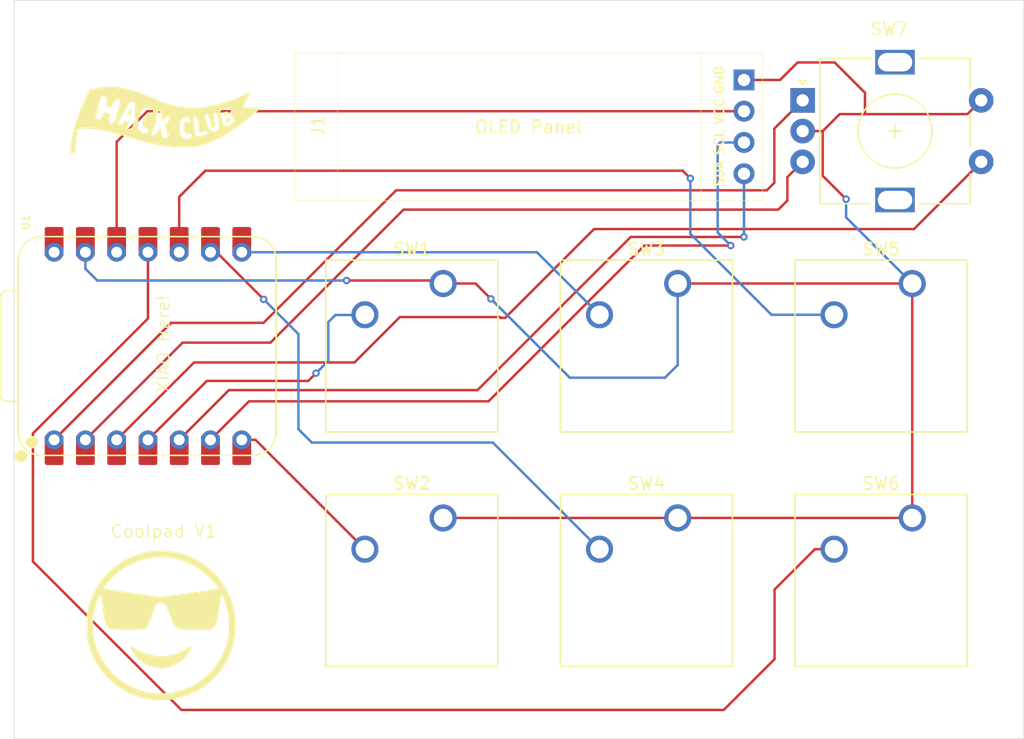
<source format=kicad_pcb>
(kicad_pcb (version 20241229) (generator "pcbnew") (generator_version "9.0")
  (layers (0 "F.Cu" signal) (2 "B.Cu" signal) (13 "F.Paste" user) (15 "B.Paste" user) (5 "F.SilkS" user "F.Silkscreen") (7 "B.SilkS" user "B.Silkscreen") (1 "F.Mask" user) (3 "B.Mask" user) (25 "Edge.Cuts" user))
  (net 0 "")
  (net 1 "Net-(J1-Pin_3)")
  (net 2 "Net-(J1-Pin_4)")
  (net 3 "GND")
  (net 4 "Net-(J1-Pin_2)")
  (net 5 "Net-(U1-GPIO29{slash}ADC3{slash}A3)")
  (net 6 "Net-(U1-GPIO0{slash}TX)")
  (net 7 "Net-(U1-GPIO1{slash}RX)")
  (net 8 "Net-(U1-GPIO2{slash}SCK)")
  (net 9 "Net-(U1-GPIO4{slash}MISO)")
  (net 10 "Net-(U1-GPIO3{slash}MOSI)")
  (net 11 "Net-(U1-GPIO26{slash}ADC0{slash}A0)")
  (net 12 "Net-(U1-GPIO27{slash}ADC1{slash}A1)")
  (net 13 "Net-(U1-GPIO28{slash}ADC2{slash}A2)")
  (net 14 "+5V")
  (footprint "Button_Switch_Keyboard:SW_Cherry_MX_1.00u_PCB" (layer "F.Cu") (at 216.8525 80.645)
    (property "Reference" "SW5" (at -2.54 -2.794 0) (layer "F.SilkS"))
    (property "Value" "SW_Push")
    (pad "" np_thru_hole circle (at -7.62 5.08) (size 1.7 1.7) (drill 1.7) (layers "*.Cu" "*.Mask"))
    (pad "" np_thru_hole circle (at -2.54 5.08) (size 4 4) (drill 4) (layers "*.Cu" "*.Mask"))
    (pad "" np_thru_hole circle (at 2.54 5.08) (size 1.7 1.7) (drill 1.7) (layers "*.Cu" "*.Mask"))
    (pad "1" thru_hole circle (at 0 0) (size 2.2 2.2) (drill 1.5) (layers "*.Cu" "*.Mask") (net 3 "GND"))
    (pad "2" thru_hole circle (at -6.35 2.54) (size 2.2 2.2) (drill 1.5) (layers "*.Cu" "*.Mask") (net 9 "Net-(U1-GPIO4{slash}MISO)"))
  )
  (footprint "Seeed Studio XIAO Series Library:XIAO-RP2040-DIP" (layer "F.Cu") (at 154.78125 85.725 90)
    (property "Reference" "U1" (at 10.045 -9.90125 90) (layer "F.SilkS") (effects (font (size 0.635 0.635) (thickness 0.1016))))
    (property "Value" "XIAO-RP2040-DIP")
    (pad "1" smd roundrect (at -8.455 -7.62 270) (size 2.432 1.524) (layers "F.Cu" "F.Mask") (roundrect_rratio 0.1) (net 11 "Net-(U1-GPIO26{slash}ADC0{slash}A0)"))
    (pad "1" thru_hole circle (at -7.62 -7.62 270) (size 1.524 1.524) (drill 0.889) (layers "*.Cu" "*.Mask") (net 11 "Net-(U1-GPIO26{slash}ADC0{slash}A0)"))
    (pad "2" smd roundrect (at -8.455 -5.08 270) (size 2.432 1.524) (layers "F.Cu" "F.Mask") (roundrect_rratio 0.1) (net 12 "Net-(U1-GPIO27{slash}ADC1{slash}A1)"))
    (pad "2" thru_hole circle (at -7.62 -5.08 270) (size 1.524 1.524) (drill 0.889) (layers "*.Cu" "*.Mask") (net 12 "Net-(U1-GPIO27{slash}ADC1{slash}A1)"))
    (pad "3" smd roundrect (at -8.455 -2.54 270) (size 2.432 1.524) (layers "F.Cu" "F.Mask") (roundrect_rratio 0.1) (net 13 "Net-(U1-GPIO28{slash}ADC2{slash}A2)"))
    (pad "3" thru_hole circle (at -7.62 -2.54 270) (size 1.524 1.524) (drill 0.889) (layers "*.Cu" "*.Mask") (net 13 "Net-(U1-GPIO28{slash}ADC2{slash}A2)"))
    (pad "4" smd roundrect (at -8.455 0 270) (size 2.432 1.524) (layers "F.Cu" "F.Mask") (roundrect_rratio 0.1) (net 5 "Net-(U1-GPIO29{slash}ADC3{slash}A3)"))
    (pad "4" thru_hole circle (at -7.62 0 270) (size 1.524 1.524) (drill 0.889) (layers "*.Cu" "*.Mask") (net 5 "Net-(U1-GPIO29{slash}ADC3{slash}A3)"))
    (pad "5" smd roundrect (at -8.455 2.54 270) (size 2.432 1.524) (layers "F.Cu" "F.Mask") (roundrect_rratio 0.1) (net 2 "Net-(J1-Pin_4)"))
    (pad "5" thru_hole circle (at -7.62 2.54 270) (size 1.524 1.524) (drill 0.889) (layers "*.Cu" "*.Mask") (net 2 "Net-(J1-Pin_4)"))
    (pad "6" smd roundrect (at -8.455 5.08 270) (size 2.432 1.524) (layers "F.Cu" "F.Mask") (roundrect_rratio 0.1) (net 1 "Net-(J1-Pin_3)"))
    (pad "6" thru_hole circle (at -7.62 5.08 270) (size 1.524 1.524) (drill 0.889) (layers "*.Cu" "*.Mask") (net 1 "Net-(J1-Pin_3)"))
    (pad "7" smd roundrect (at -8.455 7.62 270) (size 2.432 1.524) (layers "F.Cu" "F.Mask") (roundrect_rratio 0.1) (net 6 "Net-(U1-GPIO0{slash}TX)"))
    (pad "7" thru_hole circle (at -7.62 7.62 270) (size 1.524 1.524) (drill 0.889) (layers "*.Cu" "*.Mask") (net 6 "Net-(U1-GPIO0{slash}TX)"))
    (pad "8" thru_hole circle (at 7.62 7.62 90) (size 1.524 1.524) (drill 0.889) (layers "*.Cu" "*.Mask") (net 7 "Net-(U1-GPIO1{slash}RX)"))
    (pad "8" smd roundrect (at 8.455 7.62 90) (size 2.432 1.524) (layers "F.Cu" "F.Mask") (roundrect_rratio 0.1) (net 7 "Net-(U1-GPIO1{slash}RX)"))
    (pad "9" thru_hole circle (at 7.62 5.08 90) (size 1.524 1.524) (drill 0.889) (layers "*.Cu" "*.Mask") (net 8 "Net-(U1-GPIO2{slash}SCK)"))
    (pad "9" smd roundrect (at 8.455 5.08 90) (size 2.432 1.524) (layers "F.Cu" "F.Mask") (roundrect_rratio 0.1) (net 8 "Net-(U1-GPIO2{slash}SCK)"))
    (pad "10" thru_hole circle (at 7.62 2.54 90) (size 1.524 1.524) (drill 0.889) (layers "*.Cu" "*.Mask") (net 9 "Net-(U1-GPIO4{slash}MISO)"))
    (pad "10" smd roundrect (at 8.455 2.54 90) (size 2.432 1.524) (layers "F.Cu" "F.Mask") (roundrect_rratio 0.1) (net 9 "Net-(U1-GPIO4{slash}MISO)"))
    (pad "11" thru_hole circle (at 7.62 0 90) (size 1.524 1.524) (drill 0.889) (layers "*.Cu" "*.Mask") (net 10 "Net-(U1-GPIO3{slash}MOSI)"))
    (pad "11" smd roundrect (at 8.455 0 90) (size 2.432 1.524) (layers "F.Cu" "F.Mask") (roundrect_rratio 0.1) (net 10 "Net-(U1-GPIO3{slash}MOSI)"))
    (pad "12" thru_hole circle (at 7.62 -2.54 90) (size 1.524 1.524) (drill 0.889) (layers "*.Cu" "*.Mask") (net 4 "Net-(J1-Pin_2)"))
    (pad "12" smd roundrect (at 8.455 -2.54 90) (size 2.432 1.524) (layers "F.Cu" "F.Mask") (roundrect_rratio 0.1) (net 4 "Net-(J1-Pin_2)"))
    (pad "13" thru_hole circle (at 7.62 -5.08 90) (size 1.524 1.524) (drill 0.889) (layers "*.Cu" "*.Mask") (net 3 "GND"))
    (pad "13" smd roundrect (at 8.455 -5.08 90) (size 2.432 1.524) (layers "F.Cu" "F.Mask") (roundrect_rratio 0.1) (net 3 "GND"))
    (pad "14" thru_hole circle (at 7.62 -7.62 90) (size 1.524 1.524) (drill 0.889) (layers "*.Cu" "*.Mask") (net 14 "+5V"))
    (pad "14" smd roundrect (at 8.455 -7.62 90) (size 2.432 1.524) (layers "F.Cu" "F.Mask") (roundrect_rratio 0.1) (net 14 "+5V"))
  )
  (footprint "Button_Switch_Keyboard:SW_Cherry_MX_1.00u_PCB" (layer "F.Cu") (at 178.7525 80.645)
    (property "Reference" "SW1" (at -2.54 -2.794 0) (layer "F.SilkS"))
    (property "Value" "SW_Push")
    (pad "" np_thru_hole circle (at -7.62 5.08) (size 1.7 1.7) (drill 1.7) (layers "*.Cu" "*.Mask"))
    (pad "" np_thru_hole circle (at -2.54 5.08) (size 4 4) (drill 4) (layers "*.Cu" "*.Mask"))
    (pad "" np_thru_hole circle (at 2.54 5.08) (size 1.7 1.7) (drill 1.7) (layers "*.Cu" "*.Mask"))
    (pad "1" thru_hole circle (at 0 0) (size 2.2 2.2) (drill 1.5) (layers "*.Cu" "*.Mask") (net 3 "GND"))
    (pad "2" thru_hole circle (at -6.35 2.54) (size 2.2 2.2) (drill 1.5) (layers "*.Cu" "*.Mask") (net 5 "Net-(U1-GPIO29{slash}ADC3{slash}A3)"))
  )
  (footprint "Button_Switch_Keyboard:SW_Cherry_MX_1.00u_PCB" (layer "F.Cu") (at 197.8025 99.695)
    (property "Reference" "SW4" (at -2.54 -2.794 0) (layer "F.SilkS"))
    (property "Value" "SW_Push")
    (pad "" np_thru_hole circle (at -7.62 5.08) (size 1.7 1.7) (drill 1.7) (layers "*.Cu" "*.Mask"))
    (pad "" np_thru_hole circle (at -2.54 5.08) (size 4 4) (drill 4) (layers "*.Cu" "*.Mask"))
    (pad "" np_thru_hole circle (at 2.54 5.08) (size 1.7 1.7) (drill 1.7) (layers "*.Cu" "*.Mask"))
    (pad "1" thru_hole circle (at 0 0) (size 2.2 2.2) (drill 1.5) (layers "*.Cu" "*.Mask") (net 3 "GND"))
    (pad "2" thru_hole circle (at -6.35 2.54) (size 2.2 2.2) (drill 1.5) (layers "*.Cu" "*.Mask") (net 8 "Net-(U1-GPIO2{slash}SCK)"))
  )
  (footprint "Button_Switch_Keyboard:SW_Cherry_MX_1.00u_PCB" (layer "F.Cu") (at 178.7525 99.695)
    (property "Reference" "SW2" (at -2.54 -2.794 0) (layer "F.SilkS"))
    (property "Value" "SW_Push")
    (pad "" np_thru_hole circle (at -7.62 5.08) (size 1.7 1.7) (drill 1.7) (layers "*.Cu" "*.Mask"))
    (pad "" np_thru_hole circle (at -2.54 5.08) (size 4 4) (drill 4) (layers "*.Cu" "*.Mask"))
    (pad "" np_thru_hole circle (at 2.54 5.08) (size 1.7 1.7) (drill 1.7) (layers "*.Cu" "*.Mask"))
    (pad "1" thru_hole circle (at 0 0) (size 2.2 2.2) (drill 1.5) (layers "*.Cu" "*.Mask") (net 3 "GND"))
    (pad "2" thru_hole circle (at -6.35 2.54) (size 2.2 2.2) (drill 1.5) (layers "*.Cu" "*.Mask") (net 6 "Net-(U1-GPIO0{slash}TX)"))
  )
  (footprint "KiCad:Hackclub_logo" (layer "F.Cu") (at 156.223071 67.360382)
    (property "Reference" "G***" (hide yes))
    (property "Value" "LOGO" (hide yes))
  )
  (footprint "LOGO" (layer "F.Cu") (at 155.84 108.43)
    (property "Reference" "G***" (hide yes))
    (property "Value" "LOGO" (hide yes))
  )
  (footprint "KiCad:SSD1306-0.91-OLED-4pin-128x32" (layer "F.Cu") (at 166.6875 61.9125)
    (property "Reference" "J1" (at 1.9 5.91 90) (layer "F.SilkS"))
    (property "Value" "Conn_01x04")
    (fp_text user "SCL" (at 34.5 7.27 270) (layer "F.SilkS") (effects (font (size 0.75 0.75))))
    (fp_text user "SDA" (at 34.5 9.81 270) (layer "F.SilkS") (effects (font (size 0.75 0.75))))
    (fp_text user "GND" (at 34.5 2.19 270) (layer "F.SilkS") (effects (font (size 0.75 0.75))))
    (fp_text user "VCC" (at 34.5 4.73 270) (layer "F.SilkS") (effects (font (size 0.75 0.75))))
    (fp_text user "OLED Panel" (at 19 6 0) (layer "F.SilkS"))
    (pad "1" thru_hole rect (at 36.5 2.19) (size 1.7 1.7) (drill 1) (layers "*.Cu" "*.Mask") (net 3 "GND"))
    (pad "2" thru_hole oval (at 36.5 4.73) (size 1.7 1.7) (drill 1) (layers "*.Cu" "*.Mask") (net 4 "Net-(J1-Pin_2)"))
    (pad "3" thru_hole oval (at 36.5 7.27) (size 1.7 1.7) (drill 1) (layers "*.Cu" "*.Mask") (net 1 "Net-(J1-Pin_3)"))
    (pad "4" thru_hole oval (at 36.5 9.81) (size 1.7 1.7) (drill 1) (layers "*.Cu" "*.Mask") (net 2 "Net-(J1-Pin_4)"))
  )
  (footprint "Rotary_Encoder:RotaryEncoder_Alps_EC11E-Switch_Vertical_H20mm" (layer "F.Cu") (at 207.95 65.76)
    (property "Reference" "SW7" (at 7.03 -5.79 0) (layer "F.SilkS"))
    (property "Value" "RotaryEncoder_Switch")
    (pad "A" thru_hole rect (at 0 0) (size 2 2) (drill 1) (layers "*.Cu" "*.Mask") (net 11 "Net-(U1-GPIO26{slash}ADC0{slash}A0)"))
    (pad "B" thru_hole circle (at 0 5) (size 2 2) (drill 1) (layers "*.Cu" "*.Mask") (net 12 "Net-(U1-GPIO27{slash}ADC1{slash}A1)"))
    (pad "C" thru_hole circle (at 0 2.5) (size 2 2) (drill 1) (layers "*.Cu" "*.Mask") (net 3 "GND"))
    (pad "MP" thru_hole rect (at 7.5 -3.1) (size 3.2 2) (drill oval 2.8 1.5) (layers "*.Cu" "*.Mask"))
    (pad "MP" thru_hole rect (at 7.5 8.1) (size 3.2 2) (drill oval 2.8 1.5) (layers "*.Cu" "*.Mask"))
    (pad "S1" thru_hole circle (at 14.5 5) (size 2 2) (drill 1) (layers "*.Cu" "*.Mask") (net 13 "Net-(U1-GPIO28{slash}ADC2{slash}A2)"))
    (pad "S2" thru_hole circle (at 14.5 0) (size 2 2) (drill 1) (layers "*.Cu" "*.Mask") (net 3 "GND"))
  )
  (footprint "Button_Switch_Keyboard:SW_Cherry_MX_1.00u_PCB" (layer "F.Cu") (at 216.8525 99.695)
    (property "Reference" "SW6" (at -2.54 -2.794 0) (layer "F.SilkS"))
    (property "Value" "SW_Push")
    (pad "" np_thru_hole circle (at -7.62 5.08) (size 1.7 1.7) (drill 1.7) (layers "*.Cu" "*.Mask"))
    (pad "" np_thru_hole circle (at -2.54 5.08) (size 4 4) (drill 4) (layers "*.Cu" "*.Mask"))
    (pad "" np_thru_hole circle (at 2.54 5.08) (size 1.7 1.7) (drill 1.7) (layers "*.Cu" "*.Mask"))
    (pad "1" thru_hole circle (at 0 0) (size 2.2 2.2) (drill 1.5) (layers "*.Cu" "*.Mask") (net 3 "GND"))
    (pad "2" thru_hole circle (at -6.35 2.54) (size 2.2 2.2) (drill 1.5) (layers "*.Cu" "*.Mask") (net 10 "Net-(U1-GPIO3{slash}MOSI)"))
  )
  (footprint "Button_Switch_Keyboard:SW_Cherry_MX_1.00u_PCB" (layer "F.Cu") (at 197.8025 80.645)
    (property "Reference" "SW3" (at -2.54 -2.794 0) (layer "F.SilkS"))
    (property "Value" "SW_Push")
    (pad "" np_thru_hole circle (at -7.62 5.08) (size 1.7 1.7) (drill 1.7) (layers "*.Cu" "*.Mask"))
    (pad "" np_thru_hole circle (at -2.54 5.08) (size 4 4) (drill 4) (layers "*.Cu" "*.Mask"))
    (pad "" np_thru_hole circle (at 2.54 5.08) (size 1.7 1.7) (drill 1.7) (layers "*.Cu" "*.Mask"))
    (pad "1" thru_hole circle (at 0 0) (size 2.2 2.2) (drill 1.5) (layers "*.Cu" "*.Mask") (net 3 "GND"))
    (pad "2" thru_hole circle (at -6.35 2.54) (size 2.2 2.2) (drill 1.5) (layers "*.Cu" "*.Mask") (net 7 "Net-(U1-GPIO1{slash}RX)"))
  )
  (gr_rect (start 143.91 57.63) (end 225.91 117.63) (stroke (width 0.05)) (fill no) (layer "Edge.Cuts"))
  (gr_text "Coolpad V1" (at 151.67 101.36 0) (layer "F.SilkS") (effects (font (size 1 1) (thickness 0.1)) (justify left bottom)))
  (gr_text "XIAO Here!" (at 156.62 89.59 90) (layer "F.SilkS") (effects (font (size 1 1) (thickness 0.1)) (justify left bottom)))
  (segment (start 195.096186 77.56) (end 182.436186 90.22) (width 0.2) (layer "F.Cu") (net 1))
  (segment (start 202.11 77.56) (end 195.096186 77.56) (width 0.2) (layer "F.Cu") (net 1))
  (segment (start 162.98625 90.22) (end 159.86125 93.345) (width 0.2) (layer "F.Cu") (net 1))
  (segment (start 182.436186 90.22) (end 162.98625 90.22) (width 0.2) (layer "F.Cu") (net 1))
  (via (at 202.11 77.56) (size 0.6) (drill 0.3) (layers "F.Cu" "B.Cu") (net 1))
  (segment (start 201.05 69.38) (end 201.2475 69.1825) (width 0.2) (layer "B.Cu") (net 1))
  (segment (start 202.11 77.56) (end 201.05 76.5) (width 0.2) (layer "B.Cu") (net 1))
  (segment (start 201.2475 69.1825) (end 203.1875 69.1825) (width 0.2) (layer "B.Cu") (net 1))
  (segment (start 201.05 76.5) (end 201.05 69.38) (width 0.2) (layer "B.Cu") (net 1))
  (segment (start 193.991 76.86) (end 181.541 89.31) (width 0.2) (layer "F.Cu") (net 2))
  (segment (start 161.35625 89.31) (end 157.32125 93.345) (width 0.2) (layer "F.Cu") (net 2))
  (segment (start 203.18 76.86) (end 193.991 76.86) (width 0.2) (layer "F.Cu") (net 2))
  (segment (start 181.541 89.31) (end 161.35625 89.31) (width 0.2) (layer "F.Cu") (net 2))
  (via (at 203.18 76.86) (size 0.6) (drill 0.3) (layers "F.Cu" "B.Cu") (net 2))
  (segment (start 203.18 76.54) (end 203.1875 76.5325) (width 0.2) (layer "B.Cu") (net 2))
  (segment (start 203.1875 76.5325) (end 203.1875 71.7225) (width 0.2) (layer "B.Cu") (net 2))
  (segment (start 203.18 76.86) (end 203.18 76.54) (width 0.2) (layer "B.Cu") (net 2))
  (segment (start 209.58 71.89) (end 211.48 73.79) (width 0.2) (layer "F.Cu") (net 3))
  (segment (start 216.8525 99.695) (end 197.8025 99.695) (width 0.2) (layer "F.Cu") (net 3))
  (segment (start 213.01 66.88) (end 210.96 66.88) (width 0.2) (layer "F.Cu") (net 3))
  (segment (start 210.96 66.88) (end 209.58 68.26) (width 0.2) (layer "F.Cu") (net 3))
  (segment (start 181.385 80.645) (end 182.63 81.89) (width 0.2) (layer "F.Cu") (net 3))
  (segment (start 221.33 66.88) (end 213.01 66.88) (width 0.2) (layer "F.Cu") (net 3))
  (segment (start 197.8025 99.695) (end 178.7525 99.695) (width 0.2) (layer "F.Cu") (net 3))
  (segment (start 216.8525 80.645) (end 197.8025 80.645) (width 0.2) (layer "F.Cu") (net 3))
  (segment (start 178.7525 80.645) (end 181.385 80.645) (width 0.2) (layer "F.Cu") (net 3))
  (segment (start 209.58 68.26) (end 209.58 71.89) (width 0.2) (layer "F.Cu") (net 3))
  (segment (start 209.58 68.26) (end 207.95 68.26) (width 0.2) (layer "F.Cu") (net 3))
  (segment (start 178.7525 80.645) (end 178.5075 80.4) (width 0.2) (layer "F.Cu") (net 3))
  (segment (start 213.01 65.14) (end 213.01 66.88) (width 0.2) (layer "F.Cu") (net 3))
  (segment (start 206.1175 64.1025) (end 207.54 62.68) (width 0.2) (layer "F.Cu") (net 3))
  (segment (start 203.1875 64.1025) (end 206.1175 64.1025) (width 0.2) (layer "F.Cu") (net 3))
  (segment (start 216.8525 80.645) (end 216.8525 99.695) (width 0.2) (layer "F.Cu") (net 3))
  (segment (start 207.54 62.68) (end 210.55 62.68) (width 0.2) (layer "F.Cu") (net 3))
  (segment (start 222.45 65.76) (end 221.33 66.88) (width 0.2) (layer "F.Cu") (net 3))
  (segment (start 178.5075 80.4) (end 170.91 80.4) (width 0.2) (layer "F.Cu") (net 3))
  (segment (start 210.55 62.68) (end 213.01 65.14) (width 0.2) (layer "F.Cu") (net 3))
  (via (at 182.63 81.89) (size 0.6) (drill 0.3) (layers "F.Cu" "B.Cu") (net 3))
  (via (at 170.91 80.4) (size 0.6) (drill 0.3) (layers "F.Cu" "B.Cu") (net 3))
  (via (at 211.48 73.79) (size 0.6) (drill 0.3) (layers "F.Cu" "B.Cu") (net 3))
  (segment (start 182.63 81.89) (end 189.04 88.3) (width 0.2) (layer "B.Cu") (net 3))
  (segment (start 149.70125 79.44875) (end 149.70125 78.105) (width 0.2) (layer "B.Cu") (net 3))
  (segment (start 150.66 80.4) (end 149.705 79.445) (width 0.2) (layer "B.Cu") (net 3))
  (segment (start 211.48 73.79) (end 211.48 75.2725) (width 0.2) (layer "B.Cu") (net 3))
  (segment (start 197.8025 87.2675) (end 197.8025 80.645) (width 0.2) (layer "B.Cu") (net 3))
  (segment (start 196.77 88.3) (end 197.8025 87.2675) (width 0.2) (layer "B.Cu") (net 3))
  (segment (start 170.91 80.4) (end 150.66 80.4) (width 0.2) (layer "B.Cu") (net 3))
  (segment (start 149.705 79.445) (end 149.70125 79.44875) (width 0.2) (layer "B.Cu") (net 3))
  (segment (start 189.04 88.3) (end 196.77 88.3) (width 0.2) (layer "B.Cu") (net 3))
  (segment (start 211.48 75.2725) (end 216.8525 80.645) (width 0.2) (layer "B.Cu") (net 3))
  (segment (start 152.24125 69.13125) (end 154.73 66.6425) (width 0.2) (layer "F.Cu") (net 4))
  (segment (start 154.73 66.6425) (end 203.1875 66.6425) (width 0.2) (layer "F.Cu") (net 4))
  (segment (start 152.24125 78.105) (end 152.24125 69.13125) (width 0.2) (layer "F.Cu") (net 4))
  (segment (start 167.8 88.56) (end 168.43 87.93) (width 0.2) (layer "F.Cu") (net 5))
  (segment (start 154.78125 93.345) (end 159.56625 88.56) (width 0.2) (layer "F.Cu") (net 5))
  (segment (start 159.56625 88.56) (end 167.8 88.56) (width 0.2) (layer "F.Cu") (net 5))
  (segment (start 168.43 88.06) (end 168.43 87.93) (width 0.2) (layer "F.Cu") (net 5))
  (via (at 168.43 87.93) (size 0.6) (drill 0.3) (layers "F.Cu" "B.Cu") (net 5))
  (segment (start 169.43 83.78) (end 170.01 83.2) (width 0.2) (layer "B.Cu") (net 5))
  (segment (start 168.43 87.93) (end 169.43 86.93) (width 0.2) (layer "B.Cu") (net 5))
  (segment (start 169.43 86.93) (end 169.43 83.78) (width 0.2) (layer "B.Cu") (net 5))
  (segment (start 171.92 83.2) (end 171.935 83.185) (width 0.2) (layer "B.Cu") (net 5))
  (segment (start 171.935 83.185) (end 172.4025 83.185) (width 0.2) (layer "B.Cu") (net 5))
  (segment (start 170.01 83.2) (end 171.92 83.2) (width 0.2) (layer "B.Cu") (net 5))
  (segment (start 163.5125 93.345) (end 172.4025 102.235) (width 0.2) (layer "F.Cu") (net 6))
  (segment (start 162.40125 93.345) (end 163.5125 93.345) (width 0.2) (layer "F.Cu") (net 6))
  (segment (start 162.40125 78.105) (end 186.3725 78.105) (width 0.2) (layer "B.Cu") (net 7))
  (segment (start 186.3725 78.105) (end 191.4525 83.185) (width 0.2) (layer "B.Cu") (net 7))
  (segment (start 159.86125 78.105) (end 160.355 78.105) (width 0.2) (layer "F.Cu") (net 8))
  (segment (start 160.355 78.105) (end 164.18 81.93) (width 0.2) (layer "F.Cu") (net 8))
  (via (at 164.18 81.93) (size 0.6) (drill 0.3) (layers "F.Cu" "B.Cu") (net 8))
  (segment (start 182.7875 93.57) (end 191.4525 102.235) (width 0.2) (layer "B.Cu") (net 8))
  (segment (start 168.09 93.57) (end 182.7875 93.57) (width 0.2) (layer "B.Cu") (net 8))
  (segment (start 167 92.48) (end 168.09 93.57) (width 0.2) (layer "B.Cu") (net 8))
  (segment (start 164.18 81.93) (end 167 84.75) (width 0.2) (layer "B.Cu") (net 8))
  (segment (start 167 84.75) (end 167 92.48) (width 0.2) (layer "B.Cu") (net 8))
  (segment (start 157.32125 73.59875) (end 159.44 71.48) (width 0.2) (layer "F.Cu") (net 9))
  (segment (start 198.21 71.48) (end 198.83 72.1) (width 0.2) (layer "F.Cu") (net 9))
  (segment (start 159.44 71.48) (end 198.21 71.48) (width 0.2) (layer "F.Cu") (net 9))
  (segment (start 157.32125 78.105) (end 157.32125 73.59875) (width 0.2) (layer "F.Cu") (net 9))
  (via (at 198.83 72.1) (size 0.6) (drill 0.3) (layers "F.Cu" "B.Cu") (net 9))
  (segment (start 198.83 72.1) (end 198.83 76.6) (width 0.2) (layer "B.Cu") (net 9))
  (segment (start 205.415 83.185) (end 210.5025 83.185) (width 0.2) (layer "B.Cu") (net 9))
  (segment (start 198.83 76.6) (end 205.415 83.185) (width 0.2) (layer "B.Cu") (net 9))
  (segment (start 145.44 92.83) (end 154.78125 83.48875) (width 0.2) (layer "F.Cu") (net 10))
  (segment (start 205.670933 111.169067) (end 201.54 115.3) (width 0.2) (layer "F.Cu") (net 10))
  (segment (start 201.54 115.3) (end 157.5 115.3) (width 0.2) (layer "F.Cu") (net 10))
  (segment (start 205.670933 105.510933) (end 205.670933 111.169067) (width 0.2) (layer "F.Cu") (net 10))
  (segment (start 157.5 115.3) (end 145.44 103.24) (width 0.2) (layer "F.Cu") (net 10))
  (segment (start 145.44 103.24) (end 145.44 92.83) (width 0.2) (layer "F.Cu") (net 10))
  (segment (start 208.946866 102.235) (end 205.670933 105.510933) (width 0.2) (layer "F.Cu") (net 10))
  (segment (start 210.5025 102.235) (end 208.946866 102.235) (width 0.2) (layer "F.Cu") (net 10))
  (segment (start 154.78125 83.48875) (end 154.78125 78.105) (width 0.2) (layer "F.Cu") (net 10))
  (segment (start 147.16125 93.345) (end 156.66625 83.84) (width 0.2) (layer "F.Cu") (net 11))
  (segment (start 174.94 73.07) (end 205.04 73.07) (width 0.2) (layer "F.Cu") (net 11))
  (segment (start 156.66625 83.84) (end 164.17 83.84) (width 0.2) (layer "F.Cu") (net 11))
  (segment (start 205.04 73.07) (end 205.65 72.46) (width 0.2) (layer "F.Cu") (net 11))
  (segment (start 164.17 83.84) (end 174.94 73.07) (width 0.2) (layer "F.Cu") (net 11))
  (segment (start 205.65 68.06) (end 207.95 65.76) (width 0.2) (layer "F.Cu") (net 11))
  (segment (start 205.65 72.46) (end 205.65 68.06) (width 0.2) (layer "F.Cu") (net 11))
  (segment (start 206.71 72) (end 207.95 70.76) (width 0.2) (layer "F.Cu") (net 12))
  (segment (start 205.97 74.64) (end 206.71 73.9) (width 0.2) (layer "F.Cu") (net 12))
  (segment (start 206.71 73.9) (end 206.71 72) (width 0.2) (layer "F.Cu") (net 12))
  (segment (start 157.59625 85.45) (end 164.73 85.45) (width 0.2) (layer "F.Cu") (net 12))
  (segment (start 149.70125 93.345) (end 157.59625 85.45) (width 0.2) (layer "F.Cu") (net 12))
  (segment (start 164.73 85.45) (end 175.54 74.64) (width 0.2) (layer "F.Cu") (net 12))
  (segment (start 175.54 74.64) (end 205.97 74.64) (width 0.2) (layer "F.Cu") (net 12))
  (segment (start 191.01 76.22) (end 216.99 76.22) (width 0.2) (layer "F.Cu") (net 13))
  (segment (start 158.52625 87.06) (end 171.552684 87.06) (width 0.2) (layer "F.Cu") (net 13))
  (segment (start 183.42 83.43) (end 183.8 83.43) (width 0.2) (layer "F.Cu") (net 13))
  (segment (start 175.238684 83.374) (end 183.364 83.374) (width 0.2) (layer "F.Cu") (net 13))
  (segment (start 152.24125 93.345) (end 158.52625 87.06) (width 0.2) (layer "F.Cu") (net 13))
  (segment (start 171.552684 87.06) (end 175.238684 83.374) (width 0.2) (layer "F.Cu") (net 13))
  (segment (start 183.8 83.43) (end 191.01 76.22) (width 0.2) (layer "F.Cu") (net 13))
  (segment (start 216.99 76.22) (end 222.45 70.76) (width 0.2) (layer "F.Cu") (net 13))
  (segment (start 183.364 83.374) (end 183.42 83.43) (width 0.2) (layer "F.Cu") (net 13))
)
</source>
